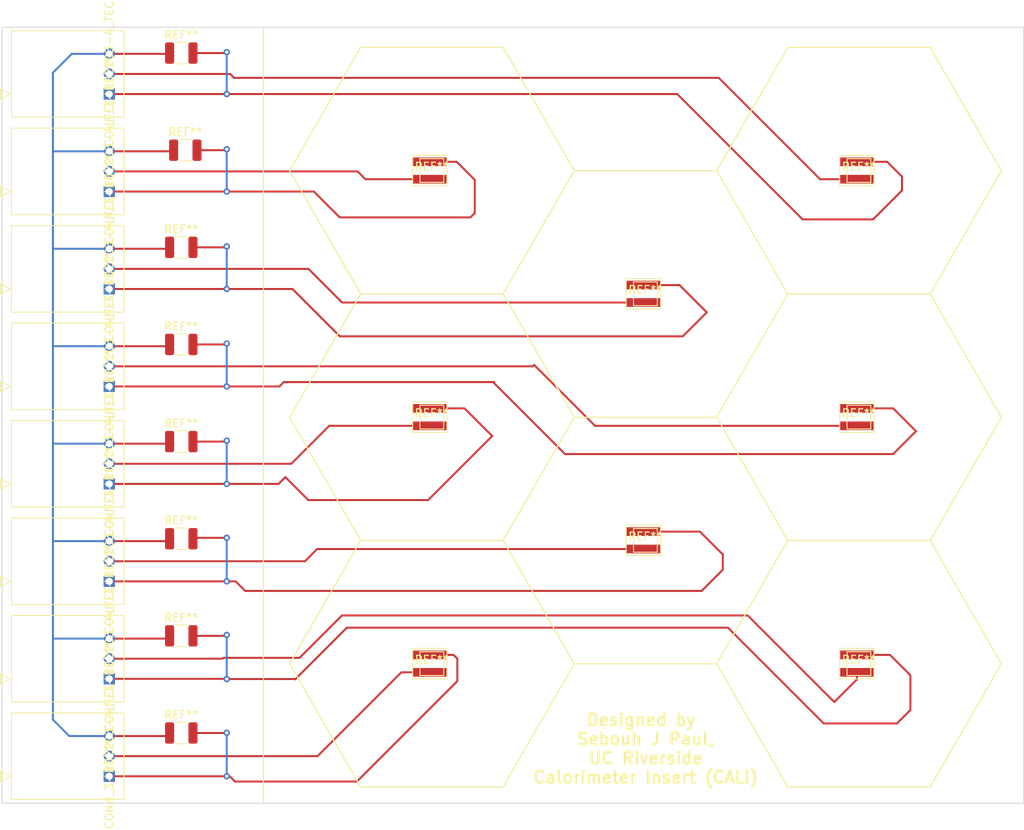
<source format=kicad_pcb>
(kicad_pcb (version 20211014) (generator pcbnew)
  (layers (0 "F.Cu" signal) (31 "B.Cu" signal) (34 "B.Paste" user) (35 "F.Paste" user) (36 "B.SilkS" user "B.Silkscreen") (37 "F.SilkS" user "F.Silkscreen") (38 "B.Mask" user) (39 "F.Mask" user) (44 "Edge.Cuts" user))
  (net 0 "")
  (footprint "Capacitor_SMD:C_1210_3225Metric" (layer "F.Cu") (at 68.36 108.764284)
    (fp_text reference "REF**" (at 0 -2.3) (layer "F.SilkS"))
    (fp_text value "C_1210_3225Metric")
    (fp_line (start -0.711252 1.36) (end 0.711252 1.36) (layer "F.SilkS") (width 0.12))
    (fp_line (start -0.711252 -1.36) (end 0.711252 -1.36) (layer "F.SilkS") (width 0.12))
    (pad "1" smd roundrect (at -1.475 0) (size 1.15 2.7) (layers "F.Cu" "F.Paste" "F.Mask") (roundrect_rratio 0.2173913043))
    (pad "2" smd roundrect (at 1.475 0) (size 1.15 2.7) (layers "F.Cu" "F.Paste" "F.Mask") (roundrect_rratio 0.2173913043))
  )
  (footprint "SiPM:S14160-3015PS" (layer "F.Cu") (at 100 112.27)
    (fp_text reference "REF**" (at 0 -0.5 unlocked) (layer "F.SilkS"))
    (fp_text value "S14160-3015PS")
    (fp_line (start 1.925 -1.925) (end -2.425 -1.925) (layer "F.SilkS") (width 0.12))
    (fp_line (start 1.925 -1.925) (end 1.925 1.925) (layer "F.SilkS") (width 0.12))
    (fp_line (start -2.425 1.925) (end -2.425 -1.925) (layer "F.SilkS") (width 0.12))
    (fp_line (start -2.425 1.925) (end 1.925 1.925) (layer "F.SilkS") (width 0.12))
    (fp_rect (start -1.5 -1.5) (end 1.5 1.5) (layer "F.SilkS") (width 0.12) (fill none))
    (pad "1" smd rect (at -0.25 -1.1) (size 4.3 1.1) (layers "F.Cu" "F.Paste" "F.Mask"))
    (pad "2" smd rect (at -0.25 1.1) (size 4.3 1.1) (layers "F.Cu" "F.Paste" "F.Mask"))
  )
  (footprint "SiPM:S14160-3015PS" (layer "F.Cu") (at 153.93 112.27)
    (fp_text reference "REF**" (at 0 -0.5 unlocked) (layer "F.SilkS"))
    (fp_text value "S14160-3015PS")
    (fp_line (start 1.925 -1.925) (end 1.925 1.925) (layer "F.SilkS") (width 0.12))
    (fp_line (start -2.425 1.925) (end 1.925 1.925) (layer "F.SilkS") (width 0.12))
    (fp_line (start 1.925 -1.925) (end -2.425 -1.925) (layer "F.SilkS") (width 0.12))
    (fp_line (start -2.425 1.925) (end -2.425 -1.925) (layer "F.SilkS") (width 0.12))
    (fp_rect (start -1.5 -1.5) (end 1.5 1.5) (layer "F.SilkS") (width 0.12) (fill none))
    (pad "1" smd rect (at -0.25 -1.1) (size 4.3 1.1) (layers "F.Cu" "F.Paste" "F.Mask"))
    (pad "2" smd rect (at -0.25 1.1) (size 4.3 1.1) (layers "F.Cu" "F.Paste" "F.Mask"))
  )
  (footprint "AMPMODU:3-102203-4" (layer "F.Cu") (at 59.2701 126.4975 90)
    (fp_text reference "REF**" (at 2.54 0 90) (layer "F.SilkS"))
    (fp_text value "CONN_3-102203-4_TEC" (at 2.54 0 90) (layer "F.SilkS"))
    (fp_text user "*" (at 0 0 90) (layer "F.SilkS"))
    (fp_line (start -0.635 -13.7414) (end 0.635 -13.7414) (layer "F.SilkS") (width 0.12))
    (fp_line (start 8.001 -12.3444) (end -2.921 -12.3444) (layer "F.SilkS") (width 0.12))
    (fp_line (start 0.635 -13.7414) (end 0 -12.4714) (layer "F.SilkS") (width 0.12))
    (fp_line (start -2.921 1.8542) (end 8.001 1.8542) (layer "F.SilkS") (width 0.12))
    (fp_line (start 8.001 1.8542) (end 8.001 -12.3444) (layer "F.SilkS") (width 0.12))
    (fp_line (start 0 -12.4714) (end -0.635 -13.7414) (layer "F.SilkS") (width 0.12))
    (fp_line (start -2.921 -12.3444) (end -2.921 1.8542) (layer "F.SilkS") (width 0.12))
    (pad "1" thru_hole rect locked (at 0 0 90) (size 1.397 1.397) (drill 0.889) (layers *.Cu *.Mask))
    (pad "2" thru_hole circle locked (at 2.54 0 90) (size 1.397 1.397) (drill 0.889) (layers *.Cu *.Mask))
    (pad "3" thru_hole circle locked (at 5.08 0 90) (size 1.397 1.397) (drill 0.889) (layers *.Cu *.Mask))
  )
  (footprint "Capacitor_SMD:C_1210_3225Metric" (layer "F.Cu") (at 68.36 35.17)
    (fp_text reference "REF**" (at 0 -2.3) (layer "F.SilkS"))
    (fp_text value "C_1210_3225Metric")
    (fp_line (start -0.711252 -1.36) (end 0.711252 -1.36) (layer "F.SilkS") (width 0.12))
    (fp_line (start -0.711252 1.36) (end 0.711252 1.36) (layer "F.SilkS") (width 0.12))
    (pad "1" smd roundrect (at -1.475 0) (size 1.15 2.7) (layers "F.Cu" "F.Paste" "F.Mask") (roundrect_rratio 0.2173913043))
    (pad "2" smd roundrect (at 1.475 0) (size 1.15 2.7) (layers "F.Cu" "F.Paste" "F.Mask") (roundrect_rratio 0.2173913043))
  )
  (footprint "SiPM:S14160-3015PS" (layer "F.Cu") (at 153.93 81.14)
    (fp_text reference "REF**" (at 0 -0.5 unlocked) (layer "F.SilkS"))
    (fp_text value "S14160-3015PS")
    (fp_line (start -2.425 1.925) (end 1.925 1.925) (layer "F.SilkS") (width 0.12))
    (fp_line (start 1.925 -1.925) (end -2.425 -1.925) (layer "F.SilkS") (width 0.12))
    (fp_line (start -2.425 1.925) (end -2.425 -1.925) (layer "F.SilkS") (width 0.12))
    (fp_line (start 1.925 -1.925) (end 1.925 1.925) (layer "F.SilkS") (width 0.12))
    (fp_rect (start -1.5 -1.5) (end 1.5 1.5) (layer "F.SilkS") (width 0.12) (fill none))
    (pad "1" smd rect (at -0.25 -1.1) (size 4.3 1.1) (layers "F.Cu" "F.Paste" "F.Mask"))
    (pad "2" smd rect (at -0.25 1.1) (size 4.3 1.1) (layers "F.Cu" "F.Paste" "F.Mask"))
  )
  (footprint "AMPMODU:3-102203-4" (layer "F.Cu") (at 59.2701 89.576074 90)
    (fp_text reference "REF**" (at 2.54 0 90) (layer "F.SilkS"))
    (fp_text value "CONN_3-102203-4_TEC" (at 2.54 0 90) (layer "F.SilkS"))
    (fp_text user "*" (at 0 0 90) (layer "F.SilkS"))
    (fp_line (start 0 -12.4714) (end -0.635 -13.7414) (layer "F.SilkS") (width 0.12))
    (fp_line (start -2.921 -12.3444) (end -2.921 1.8542) (layer "F.SilkS") (width 0.12))
    (fp_line (start -2.921 1.8542) (end 8.001 1.8542) (layer "F.SilkS") (width 0.12))
    (fp_line (start 8.001 1.8542) (end 8.001 -12.3444) (layer "F.SilkS") (width 0.12))
    (fp_line (start -0.635 -13.7414) (end 0.635 -13.7414) (layer "F.SilkS") (width 0.12))
    (fp_line (start 8.001 -12.3444) (end -2.921 -12.3444) (layer "F.SilkS") (width 0.12))
    (fp_line (start 0.635 -13.7414) (end 0 -12.4714) (layer "F.SilkS") (width 0.12))
    (pad "1" thru_hole rect locked (at 0 0 90) (size 1.397 1.397) (drill 0.889) (layers *.Cu *.Mask))
    (pad "2" thru_hole circle locked (at 2.54 0 90) (size 1.397 1.397) (drill 0.889) (layers *.Cu *.Mask))
    (pad "3" thru_hole circle locked (at 5.08 0 90) (size 1.397 1.397) (drill 0.889) (layers *.Cu *.Mask))
  )
  (footprint "SiPM:S14160-3015PS" (layer "F.Cu") (at 100 81.14)
    (fp_text reference "REF**" (at 0 -0.5 unlocked) (layer "F.SilkS"))
    (fp_text value "S14160-3015PS")
    (fp_line (start -2.425 1.925) (end 1.925 1.925) (layer "F.SilkS") (width 0.12))
    (fp_line (start 1.925 -1.925) (end 1.925 1.925) (layer "F.SilkS") (width 0.12))
    (fp_line (start -2.425 1.925) (end -2.425 -1.925) (layer "F.SilkS") (width 0.12))
    (fp_line (start 1.925 -1.925) (end -2.425 -1.925) (layer "F.SilkS") (width 0.12))
    (fp_rect (start -1.5 -1.5) (end 1.5 1.5) (layer "F.SilkS") (width 0.12) (fill none))
    (pad "1" smd rect (at -0.25 -1.1) (size 4.3 1.1) (layers "F.Cu" "F.Paste" "F.Mask"))
    (pad "2" smd rect (at -0.25 1.1) (size 4.3 1.1) (layers "F.Cu" "F.Paste" "F.Mask"))
  )
  (footprint "Capacitor_SMD:C_1210_3225Metric" (layer "F.Cu") (at 68.36 71.967142)
    (fp_text reference "REF**" (at 0 -2.3) (layer "F.SilkS"))
    (fp_text value "C_1210_3225Metric")
    (fp_line (start -0.711252 1.36) (end 0.711252 1.36) (layer "F.SilkS") (width 0.12))
    (fp_line (start -0.711252 -1.36) (end 0.711252 -1.36) (layer "F.SilkS") (width 0.12))
    (pad "1" smd roundrect (at -1.475 0) (size 1.15 2.7) (layers "F.Cu" "F.Paste" "F.Mask") (roundrect_rratio 0.2173913043))
    (pad "2" smd roundrect (at 1.475 0) (size 1.15 2.7) (layers "F.Cu" "F.Paste" "F.Mask") (roundrect_rratio 0.2173913043))
  )
  (footprint "Capacitor_SMD:C_1210_3225Metric" (layer "F.Cu") (at 68.36 84.232856)
    (fp_text reference "REF**" (at 0 -2.3) (layer "F.SilkS"))
    (fp_text value "C_1210_3225Metric")
    (fp_line (start -0.711252 1.36) (end 0.711252 1.36) (layer "F.SilkS") (width 0.12))
    (fp_line (start -0.711252 -1.36) (end 0.711252 -1.36) (layer "F.SilkS") (width 0.12))
    (pad "1" smd roundrect (at -1.475 0) (size 1.15 2.7) (layers "F.Cu" "F.Paste" "F.Mask") (roundrect_rratio 0.2173913043))
    (pad "2" smd roundrect (at 1.475 0) (size 1.15 2.7) (layers "F.Cu" "F.Paste" "F.Mask") (roundrect_rratio 0.2173913043))
  )
  (footprint "AMPMODU:3-102203-4" (layer "F.Cu") (at 59.2701 40.347506 90)
    (fp_text reference "REF**" (at 2.54 0 90) (layer "F.SilkS"))
    (fp_text value "CONN_3-102203-4_TEC" (at 2.54 0 90) (layer "F.SilkS"))
    (fp_text user "*" (at 0 0 90) (layer "F.SilkS"))
    (fp_line (start 8.001 1.8542) (end 8.001 -12.3444) (layer "F.SilkS") (width 0.12))
    (fp_line (start -2.921 -12.3444) (end -2.921 1.8542) (layer "F.SilkS") (width 0.12))
    (fp_line (start 0.635 -13.7414) (end 0 -12.4714) (layer "F.SilkS") (width 0.12))
    (fp_line (start 8.001 -12.3444) (end -2.921 -12.3444) (layer "F.SilkS") (width 0.12))
    (fp_line (start 0 -12.4714) (end -0.635 -13.7414) (layer "F.SilkS") (width 0.12))
    (fp_line (start -2.921 1.8542) (end 8.001 1.8542) (layer "F.SilkS") (width 0.12))
    (fp_line (start -0.635 -13.7414) (end 0.635 -13.7414) (layer "F.SilkS") (width 0.12))
    (pad "1" thru_hole rect locked (at 0 0 90) (size 1.397 1.397) (drill 0.889) (layers *.Cu *.Mask))
    (pad "2" thru_hole circle locked (at 2.54 0 90) (size 1.397 1.397) (drill 0.889) (layers *.Cu *.Mask))
    (pad "3" thru_hole circle locked (at 5.08 0 90) (size 1.397 1.397) (drill 0.889) (layers *.Cu *.Mask))
  )
  (footprint "Capacitor_SMD:C_1210_3225Metric" (layer "F.Cu") (at 68.36 121.03)
    (fp_text reference "REF**" (at 0 -2.3) (layer "F.SilkS"))
    (fp_text value "C_1210_3225Metric")
    (fp_line (start -0.711252 1.36) (end 0.711252 1.36) (layer "F.SilkS") (width 0.12))
    (fp_line (start -0.711252 -1.36) (end 0.711252 -1.36) (layer "F.SilkS") (width 0.12))
    (pad "1" smd roundrect (at -1.475 0) (size 1.15 2.7) (layers "F.Cu" "F.Paste" "F.Mask") (roundrect_rratio 0.2173913043))
    (pad "2" smd roundrect (at 1.475 0) (size 1.15 2.7) (layers "F.Cu" "F.Paste" "F.Mask") (roundrect_rratio 0.2173913043))
  )
  (footprint "SiPM:S14160-3015PS" (layer "F.Cu") (at 126.97 65.57)
    (fp_text reference "REF**" (at 0 -0.5 unlocked) (layer "F.SilkS"))
    (fp_text value "S14160-3015PS")
    (fp_line (start -2.425 1.925) (end 1.925 1.925) (layer "F.SilkS") (width 0.12))
    (fp_line (start -2.425 1.925) (end -2.425 -1.925) (layer "F.SilkS") (width 0.12))
    (fp_line (start 1.925 -1.925) (end -2.425 -1.925) (layer "F.SilkS") (width 0.12))
    (fp_line (start 1.925 -1.925) (end 1.925 1.925) (layer "F.SilkS") (width 0.12))
    (fp_rect (start -1.5 -1.5) (end 1.5 1.5) (layer "F.SilkS") (width 0.12) (fill none))
    (pad "1" smd rect (at -0.25 -1.1) (size 4.3 1.1) (layers "F.Cu" "F.Paste" "F.Mask"))
    (pad "2" smd rect (at -0.25 1.1) (size 4.3 1.1) (layers "F.Cu" "F.Paste" "F.Mask"))
  )
  (footprint "Capacitor_SMD:C_1210_3225Metric" (layer "F.Cu") (at 68.36 59.701428)
    (fp_text reference "REF**" (at 0 -2.3) (layer "F.SilkS"))
    (fp_text value "C_1210_3225Metric")
    (fp_line (start -0.711252 1.36) (end 0.711252 1.36) (layer "F.SilkS") (width 0.12))
    (fp_line (start -0.711252 -1.36) (end 0.711252 -1.36) (layer "F.SilkS") (width 0.12))
    (pad "1" smd roundrect (at -1.475 0) (size 1.15 2.7) (layers "F.Cu" "F.Paste" "F.Mask") (roundrect_rratio 0.2173913043))
    (pad "2" smd roundrect (at 1.475 0) (size 1.15 2.7) (layers "F.Cu" "F.Paste" "F.Mask") (roundrect_rratio 0.2173913043))
  )
  (footprint "Capacitor_SMD:C_1210_3225Metric" (layer "F.Cu") (at 68.87 47.435714)
    (fp_text reference "REF**" (at 0 -2.3) (layer "F.SilkS"))
    (fp_text value "C_1210_3225Metric")
    (fp_line (start -0.711252 -1.36) (end 0.711252 -1.36) (layer "F.SilkS") (width 0.12))
    (fp_line (start -0.711252 1.36) (end 0.711252 1.36) (layer "F.SilkS") (width 0.12))
    (pad "1" smd roundrect (at -1.475 0) (size 1.15 2.7) (layers "F.Cu" "F.Paste" "F.Mask") (roundrect_rratio 0.2173913043))
    (pad "2" smd roundrect (at 1.475 0) (size 1.15 2.7) (layers "F.Cu" "F.Paste" "F.Mask") (roundrect_rratio 0.2173913043))
  )
  (footprint "AMPMODU:3-102203-4" (layer "F.Cu") (at 59.2701 77.268932 90)
    (fp_text reference "REF**" (at 2.54 0 90) (layer "F.SilkS"))
    (fp_text value "CONN_3-102203-4_TEC" (at 2.54 0 90) (layer "F.SilkS"))
    (fp_text user "*" (at 0 0 90) (layer "F.SilkS"))
    (fp_line (start 8.001 1.8542) (end 8.001 -12.3444) (layer "F.SilkS") (width 0.12))
    (fp_line (start -2.921 1.8542) (end 8.001 1.8542) (layer "F.SilkS") (width 0.12))
    (fp_line (start 8.001 -12.3444) (end -2.921 -12.3444) (layer "F.SilkS") (width 0.12))
    (fp_line (start 0.635 -13.7414) (end 0 -12.4714) (layer "F.SilkS") (width 0.12))
    (fp_line (start -0.635 -13.7414) (end 0.635 -13.7414) (layer "F.SilkS") (width 0.12))
    (fp_line (start -2.921 -12.3444) (end -2.921 1.8542) (layer "F.SilkS") (width 0.12))
    (fp_line (start 0 -12.4714) (end -0.635 -13.7414) (layer "F.SilkS") (width 0.12))
    (pad "1" thru_hole rect locked (at 0 0 90) (size 1.397 1.397) (drill 0.889) (layers *.Cu *.Mask))
    (pad "2" thru_hole circle locked (at 2.54 0 90) (size 1.397 1.397) (drill 0.889) (layers *.Cu *.Mask))
    (pad "3" thru_hole circle locked (at 5.08 0 90) (size 1.397 1.397) (drill 0.889) (layers *.Cu *.Mask))
  )
  (footprint "SiPM:S14160-3015PS" (layer "F.Cu") (at 126.97 96.7)
    (fp_text reference "REF**" (at 0 -0.5 unlocked) (layer "F.SilkS"))
    (fp_text value "S14160-3015PS")
    (fp_line (start -2.425 1.925) (end 1.925 1.925) (layer "F.SilkS") (width 0.12))
    (fp_line (start 1.925 -1.925) (end 1.925 1.925) (layer "F.SilkS") (width 0.12))
    (fp_line (start 1.925 -1.925) (end -2.425 -1.925) (layer "F.SilkS") (width 0.12))
    (fp_line (start -2.425 1.925) (end -2.425 -1.925) (layer "F.SilkS") (width 0.12))
    (fp_rect (start -1.5 -1.5) (end 1.5 1.5) (layer "F.SilkS") (width 0.12) (fill none))
    (pad "1" smd rect (at -0.25 -1.1) (size 4.3 1.1) (layers "F.Cu" "F.Paste" "F.Mask"))
    (pad "2" smd rect (at -0.25 1.1) (size 4.3 1.1) (layers "F.Cu" "F.Paste" "F.Mask"))
  )
  (footprint "SiPM:S14160-3015PS" (layer "F.Cu") (at 153.93 50)
    (fp_text reference "REF**" (at 0 -0.5 unlocked) (layer "F.SilkS"))
    (fp_text value "S14160-3015PS")
    (fp_line (start -2.425 1.925) (end 1.925 1.925) (layer "F.SilkS") (width 0.12))
    (fp_line (start 1.925 -1.925) (end -2.425 -1.925) (layer "F.SilkS") (width 0.12))
    (fp_line (start -2.425 1.925) (end -2.425 -1.925) (layer "F.SilkS") (width 0.12))
    (fp_line (start 1.925 -1.925) (end 1.925 1.925) (layer "F.SilkS") (width 0.12))
    (fp_rect (start -1.5 -1.5) (end 1.5 1.5) (layer "F.SilkS") (width 0.12) (fill none))
    (pad "1" smd rect (at -0.25 -1.1) (size 4.3 1.1) (layers "F.Cu" "F.Paste" "F.Mask"))
    (pad "2" smd rect (at -0.25 1.1) (size 4.3 1.1) (layers "F.Cu" "F.Paste" "F.Mask"))
  )
  (footprint "AMPMODU:3-102203-4" (layer "F.Cu") (at 59.2701 64.96179 90)
    (fp_text reference "REF**" (at 2.54 0 90) (layer "F.SilkS"))
    (fp_text value "CONN_3-102203-4_TEC" (at 2.54 0 90) (layer "F.SilkS"))
    (fp_text user "*" (at 0 0 90) (layer "F.SilkS"))
    (fp_line (start 8.001 -12.3444) (end -2.921 -12.3444) (layer "F.SilkS") (width 0.12))
    (fp_line (start 0 -12.4714) (end -0.635 -13.7414) (layer "F.SilkS") (width 0.12))
    (fp_line (start 0.635 -13.7414) (end 0 -12.4714) (layer "F.SilkS") (width 0.12))
    (fp_line (start -2.921 1.8542) (end 8.001 1.8542) (layer "F.SilkS") (width 0.12))
    (fp_line (start -0.635 -13.7414) (end 0.635 -13.7414) (layer "F.SilkS") (width 0.12))
    (fp_line (start -2.921 -12.3444) (end -2.921 1.8542) (layer "F.SilkS") (width 0.12))
    (fp_line (start 8.001 1.8542) (end 8.001 -12.3444) (layer "F.SilkS") (width 0.12))
    (pad "1" thru_hole rect locked (at 0 0 90) (size 1.397 1.397) (drill 0.889) (layers *.Cu *.Mask))
    (pad "2" thru_hole circle locked (at 2.54 0 90) (size 1.397 1.397) (drill 0.889) (layers *.Cu *.Mask))
    (pad "3" thru_hole circle locked (at 5.08 0 90) (size 1.397 1.397) (drill 0.889) (layers *.Cu *.Mask))
  )
  (footprint "AMPMODU:3-102203-4" (layer "F.Cu") (at 59.2701 101.883216 90)
    (fp_text reference "REF**" (at 2.54 0 90) (layer "F.SilkS"))
    (fp_text value "CONN_3-102203-4_TEC" (at 2.54 0 90) (layer "F.SilkS"))
    (fp_text user "*" (at 0 0 90) (layer "F.SilkS"))
    (fp_line (start -2.921 1.8542) (end 8.001 1.8542) (layer "F.SilkS") (width 0.12))
    (fp_line (start 0.635 -13.7414) (end 0 -12.4714) (layer "F.SilkS") (width 0.12))
    (fp_line (start 0 -12.4714) (end -0.635 -13.7414) (layer "F.SilkS") (width 0.12))
    (fp_line (start -2.921 -12.3444) (end -2.921 1.8542) (layer "F.SilkS") (width 0.12))
    (fp_line (start 8.001 -12.3444) (end -2.921 -12.3444) (layer "F.SilkS") (width 0.12))
    (fp_line (start 8.001 1.8542) (end 8.001 -12.3444) (layer "F.SilkS") (width 0.12))
    (fp_line (start -0.635 -13.7414) (end 0.635 -13.7414) (layer "F.SilkS") (width 0.12))
    (pad "1" thru_hole rect locked (at 0 0 90) (size 1.397 1.397) (drill 0.889) (layers *.Cu *.Mask))
    (pad "2" thru_hole circle locked (at 2.54 0 90) (size 1.397 1.397) (drill 0.889) (layers *.Cu *.Mask))
    (pad "3" thru_hole circle locked (at 5.08 0 90) (size 1.397 1.397) (drill 0.889) (layers *.Cu *.Mask))
  )
  (footprint "AMPMODU:3-102203-4" (layer "F.Cu") (at 59.2701 114.190358 90)
    (fp_text reference "REF**" (at 2.54 0 90) (layer "F.SilkS"))
    (fp_text value "CONN_3-102203-4_TEC" (at 2.54 0 90) (layer "F.SilkS"))
    (fp_text user "*" (at 0 0 90) (layer "F.SilkS"))
    (fp_line (start -2.921 -12.3444) (end -2.921 1.8542) (layer "F.SilkS") (width 0.12))
    (fp_line (start 8.001 -12.3444) (end -2.921 -12.3444) (layer "F.SilkS") (width 0.12))
    (fp_line (start -2.921 1.8542) (end 8.001 1.8542) (layer "F.SilkS") (width 0.12))
    (fp_line (start 0.635 -13.7414) (end 0 -12.4714) (layer "F.SilkS") (width 0.12))
    (fp_line (start 8.001 1.8542) (end 8.001 -12.3444) (layer "F.SilkS") (width 0.12))
    (fp_line (start -0.635 -13.7414) (end 0.635 -13.7414) (layer "F.SilkS") (width 0.12))
    (fp_line (start 0 -12.4714) (end -0.635 -13.7414) (layer "F.SilkS") (width 0.12))
    (pad "1" thru_hole rect locked (at 0 0 90) (size 1.397 1.397) (drill 0.889) (layers *.Cu *.Mask))
    (pad "2" thru_hole circle locked (at 2.54 0 90) (size 1.397 1.397) (drill 0.889) (layers *.Cu *.Mask))
    (pad "3" thru_hole circle locked (at 5.08 0 90) (size 1.397 1.397) (drill 0.889) (layers *.Cu *.Mask))
  )
  (footprint "Capacitor_SMD:C_1210_3225Metric" (layer "F.Cu") (at 68.36 96.49857)
    (fp_text reference "REF**" (at 0 -2.3) (layer "F.SilkS"))
    (fp_text value "C_1210_3225Metric")
    (fp_line (start -0.711252 1.36) (end 0.711252 1.36) (layer "F.SilkS") (width 0.12))
    (fp_line (start -0.711252 -1.36) (end 0.711252 -1.36) (layer "F.SilkS") (width 0.12))
    (pad "1" smd roundrect (at -1.475 0) (size 1.15 2.7) (layers "F.Cu" "F.Paste" "F.Mask") (roundrect_rratio 0.2173913043))
    (pad "2" smd roundrect (at 1.475 0) (size 1.15 2.7) (layers "F.Cu" "F.Paste" "F.Mask") (roundrect_rratio 0.2173913043))
  )
  (footprint "AMPMODU:3-102203-4" (layer "F.Cu") (at 59.2701 52.654648 90)
    (fp_text reference "REF**" (at 2.54 0 90) (layer "F.SilkS"))
    (fp_text value "CONN_3-102203-4_TEC" (at 2.54 0 90) (layer "F.SilkS"))
    (fp_text user "*" (at 0 0 90) (layer "F.SilkS"))
    (fp_line (start 0.635 -13.7414) (end 0 -12.4714) (layer "F.SilkS") (width 0.12))
    (fp_line (start 8.001 -12.3444) (end -2.921 -12.3444) (layer "F.SilkS") (width 0.12))
    (fp_line (start -2.921 1.8542) (end 8.001 1.8542) (layer "F.SilkS") (width 0.12))
    (fp_line (start 0 -12.4714) (end -0.635 -13.7414) (layer "F.SilkS") (width 0.12))
    (fp_line (start -2.921 -12.3444) (end -2.921 1.8542) (layer "F.SilkS") (width 0.12))
    (fp_line (start -0.635 -13.7414) (end 0.635 -13.7414) (layer "F.SilkS") (width 0.12))
    (fp_line (start 8.001 1.8542) (end 8.001 -12.3444) (layer "F.SilkS") (width 0.12))
    (pad "1" thru_hole rect locked (at 0 0 90) (size 1.397 1.397) (drill 0.889) (layers *.Cu *.Mask))
    (pad "2" thru_hole circle locked (at 2.54 0 90) (size 1.397 1.397) (drill 0.889) (layers *.Cu *.Mask))
    (pad "3" thru_hole circle locked (at 5.08 0 90) (size 1.397 1.397) (drill 0.889) (layers *.Cu *.Mask))
  )
  (footprint "SiPM:S14160-3015PS" (layer "F.Cu") (at 100 50)
    (fp_text reference "REF**" (at 0 -0.5 unlocked) (layer "F.SilkS"))
    (fp_text value "S14160-3015PS")
    (fp_line (start 1.925 -1.925) (end -2.425 -1.925) (layer "F.SilkS") (width 0.12))
    (fp_line (start -2.425 1.925) (end 1.925 1.925) (layer "F.SilkS") (width 0.12))
    (fp_line (start 1.925 -1.925) (end 1.925 1.925) (layer "F.SilkS") (width 0.12))
    (fp_line (start -2.425 1.925) (end -2.425 -1.925) (layer "F.SilkS") (width 0.12))
    (fp_rect (start -1.5 -1.5) (end 1.5 1.5) (layer "F.SilkS") (width 0.12) (fill none))
    (pad "1" smd rect (at -0.25 -1.1) (size 4.3 1.1) (layers "F.Cu" "F.Paste" "F.Mask"))
    (pad "2" smd rect (at -0.25 1.1) (size 4.3 1.1) (layers "F.Cu" "F.Paste" "F.Mask"))
  )
  (gr_line (start 78.74 31.92) (end 78.74 129.88) (layer "F.SilkS") (width 0.15))
  (gr_line (start 117.99 112.29) (end 109 127.85) (layer "F.SilkS") (width 0.15))
  (gr_line (start 117.99 50.02) (end 135.97 50.02) (layer "F.SilkS") (width 0.15))
  (gr_line (start 144.95 65.58) (end 135.97 50.02) (layer "F.SilkS") (width 0.15))
  (gr_line (start 171.92 112.29) (end 162.93 127.85) (layer "F.SilkS") (width 0.15))
  (gr_line (start 162.93 96.72) (end 171.92 81.16) (layer "F.SilkS") (width 0.15))
  (gr_line (start 135.97 112.29) (end 144.95 127.85) (layer "F.SilkS") (width 0.15))
  (gr_line (start 144.95 34.45) (end 162.93 34.45) (layer "F.SilkS") (width 0.15))
  (gr_line (start 91.02 96.72) (end 82.04 112.29) (layer "F.SilkS") (width 0.15))
  (gr_line (start 91.02 34.45) (end 82.04 50.02) (layer "F.SilkS") (width 0.15))
  (gr_line (start 91.02 127.85) (end 109 127.85) (layer "F.SilkS") (width 0.15))
  (gr_line (start 117.99 81.16) (end 109 65.58) (layer "F.SilkS") (width 0.15))
  (gr_line (start 109 96.72) (end 117.99 81.16) (layer "F.SilkS") (width 0.15))
  (gr_line (start 109 96.72) (end 117.99 112.29) (layer "F.SilkS") (width 0.15))
  (gr_line (start 135.97 81.16) (end 144.95 65.58) (layer "F.SilkS") (width 0.15))
  (gr_line (start 82.04 81.16) (end 91.02 65.58) (layer "F.SilkS") (width 0.15))
  (gr_line (start 91.02 96.72) (end 109 96.72) (layer "F.SilkS") (width 0.15))
  (gr_line (start 82.04 81.16) (end 91.02 96.72) (layer "F.SilkS") (width 0.15))
  (gr_line (start 135.97 81.16) (end 144.95 96.72) (layer "F.SilkS") (width 0.15))
  (gr_line (start 82.04 112.29) (end 91.02 127.85) (layer "F.SilkS") (width 0.15))
  (gr_line (start 117.99 81.16) (end 135.97 81.16) (layer "F.SilkS") (width 0.15))
  (gr_line (start 162.93 65.58) (end 171.92 50.02) (layer "F.SilkS") (width 0.15))
  (gr_line (start 144.95 34.45) (end 135.97 50.02) (layer "F.SilkS") (width 0.15))
  (gr_line (start 171.92 50.02) (end 162.93 34.45) (layer "F.SilkS") (width 0.15))
  (gr_line (start 117.99 112.29) (end 135.97 112.29) (layer "F.SilkS") (width 0.15))
  (gr_line (start 144.95 65.58) (end 162.93 65.58) (layer "F.SilkS") (width 0.15))
  (gr_line (start 91.02 65.58) (end 109 65.58) (layer "F.SilkS") (width 0.15))
  (gr_line (start 91.02 65.58) (end 82.04 50.02) (layer "F.SilkS") (width 0.15))
  (gr_line (start 144.95 96.72) (end 135.97 112.29) (layer "F.SilkS") (width 0.15))
  (gr_line (start 144.95 96.72) (end 162.93 96.72) (layer "F.SilkS") (width 0.15))
  (gr_line (start 171.92 81.16) (end 162.93 65.58) (layer "F.SilkS") (width 0.15))
  (gr_line (start 109 65.58) (end 117.99 50.02) (layer "F.SilkS") (width 0.15))
  (gr_line (start 117.99 50.02) (end 109 34.45) (layer "F.SilkS") (width 0.15))
  (gr_line (start 144.95 127.85) (end 162.93 127.85) (layer "F.SilkS") (width 0.15))
  (gr_line (start 162.93 96.72) (end 171.92 112.29) (layer "F.SilkS") (width 0.15))
  (gr_line (start 91.02 34.45) (end 109 34.45) (layer "F.SilkS") (width 0.15))
  (gr_rect (start 45.72 31.91) (end 174.74 129.9) (layer "Edge.Cuts") (width 0.1) (fill none))
  (gr_text "Designed by \nSebouh J Paul,\nUC Riverside\nCalorimeter Insert (CALI)" (at 127 123) (layer "F.SilkS") (effects (font (size 1.5 1.5) (thickness 0.3))))
  (segment (start 69.835 121.03) (end 74.07 121.03) (width 0.25) (layer "F.Cu") (net 0))
  (segment (start 82.75 114.25) (end 82.72 114.22) (width 0.25) (layer "F.Cu") (net 0))
  (segment (start 149.03 51.1) (end 153.68 51.1) (width 0.25) (layer "F.Cu") (net 0))
  (segment (start 90.624648 50.114648) (end 91.615 51.105) (width 0.25) (layer "F.Cu") (net 0))
  (segment (start 69.835 59.701428) (end 73.981904 59.701428) (width 0.25) (layer "F.Cu") (net 0))
  (segment (start 59.2701 47.574648) (end 67.256066 47.574648) (width 0.25) (layer "F.Cu") (net 0))
  (segment (start 136.74 100.42) (end 136.74 98.49) (width 0.25) (layer "F.Cu") (net 0))
  (segment (start 74.537506 37.807506) (end 75.03 38.3) (width 0.25) (layer "F.Cu") (net 0))
  (segment (start 66.621782 84.496074) (end 66.885 84.232856) (width 0.25) (layer "F.Cu") (net 0))
  (segment (start 66.4975 121.4175) (end 66.885 121.03) (width 0.25) (layer "F.Cu") (net 0))
  (segment (start 139.89 106.19) (end 150.82 117.12) (width 0.25) (layer "F.Cu") (net 0))
  (segment (start 69.95024 96.38333) (end 74.1 96.38333) (width 0.25) (layer "F.Cu") (net 0))
  (segment (start 76.43 103.09) (end 134.07 103.09) (width 0.25) (layer "F.Cu") (net 0))
  (segment (start 134.07 103.09) (end 136.74 100.42) (width 0.25) (layer "F.Cu") (net 0))
  (segment (start 59.2701 64.96179) (end 82.40179 64.96179) (width 0.25) (layer "F.Cu") (net 0))
  (segment (start 112.741068 74.728932) (end 59.2701 74.728932) (width 0.25) (layer "F.Cu") (net 0))
  (segment (start 59.2701 96.803216) (end 66.580354 96.803216) (width 0.25) (layer "F.Cu") (net 0))
  (segment (start 126.72 97.8) (end 85.52 97.8) (width 0.25) (layer "F.Cu") (net 0))
  (segment (start 99.75 80.04) (end 104.13 80.04) (width 0.25) (layer "F.Cu") (net 0))
  (segment (start 153.68 82.24) (end 120.61 82.24) (width 0.25) (layer "F.Cu") (net 0))
  (segment (start 116.82 85.81) (end 107.86 76.85) (width 0.25) (layer "F.Cu") (net 0))
  (segment (start 73.983808 84.232856) (end 74.1 84.116664) (width 0.25) (layer "F.Cu") (net 0))
  (segment (start 107.86 76.85) (end 107.86 76.72) (width 0.25) (layer "F.Cu") (net 0))
  (segment (start 137.39 107.73) (end 89.27 107.73) (width 0.25) (layer "F.Cu") (net 0))
  (segment (start 59.2701 40.347506) (end 130.987506 40.347506) (width 0.25) (layer "F.Cu") (net 0))
  (segment (start 59.2701 50.114648) (end 90.624648 50.114648) (width 0.25) (layer "F.Cu") (net 0))
  (segment (start 59.2701 77.268932) (end 80.751068 77.268932) (width 0.25) (layer "F.Cu") (net 0))
  (segment (start 73.980952 47.435714) (end 74.1 47.316666) (width 0.25) (layer "F.Cu") (net 0))
  (segment (start 105.42 55.38) (end 104.88 55.92) (width 0.25) (layer "F.Cu") (net 0))
  (segment (start 73.981904 59.701428) (end 74.1 59.583332) (width 0.25) (layer "F.Cu") (net 0))
  (segment (start 99.75 48.9) (end 103.14 48.9) (width 0.25) (layer "F.Cu") (net 0))
  (segment (start 73.799648 114.22) (end 73.770006 114.190358) (width 0.25) (layer "F.Cu") (net 0))
  (segment (start 133.85 95.6) (end 126.72 95.6) (width 0.25) (layer "F.Cu") (net 0))
  (segment (start 103.14 48.9) (end 105.42 51.18) (width 0.25) (layer "F.Cu") (net 0))
  (segment (start 59.2701 126.4975) (end 74.477488 126.4975) (width 0.25) (layer "F.Cu") (net 0))
  (segment (start 146.81 56.17) (end 130.987506 40.347506) (width 0.25) (layer "F.Cu") (net 0))
  (segment (start 91.615 51.105) (end 91.62 51.1) (width 0.25) (layer "F.Cu") (net 0))
  (segment (start 126.72 64.47) (end 131.28 64.47) (width 0.25) (layer "F.Cu") (net 0))
  (segment (start 85.5625 123.9575) (end 96.15 113.37) (width 0.25) (layer "F.Cu") (net 0))
  (segment (start 69.835 35.17) (end 73.98 35.17) (width 0.25) (layer "F.Cu") (net 0))
  (segment (start 66.538926 109.110358) (end 66.885 108.764284) (width 0.25) (layer "F.Cu") (net 0))
  (segment (start 136.23 38.3) (end 149.03 51.1) (width 0.25) (layer "F.Cu") (net 0))
  (segment (start 107.86 76.72) (end 81.3 76.72) (width 0.25) (layer "F.Cu") (net 0))
  (segment (start 88.65 106.19) (end 139.89 106.19) (width 0.25) (layer "F.Cu") (net 0))
  (segment (start 153.68 80.04) (end 158.26 80.04) (width 0.25) (layer "F.Cu") (net 0))
  (segment (start 99.53 91.62) (end 84.4 91.62) (width 0.25) (layer "F.Cu") (net 0))
  (segment (start 134.72 67.91) (end 131.69 70.94) (width 0.25) (layer "F.Cu") (net 0))
  (segment (start 73.770006 114.190358) (end 59.2701 114.190358) (width 0.25) (layer "F.Cu") (net 0))
  (segment (start 131.28 64.47) (end 134.72 67.91) (width 0.25) (layer "F.Cu") (net 0))
  (segment (start 81.3 76.72) (end 80.751068 77.268932) (width 0.25) (layer "F.Cu") (net 0))
  (segment (start 59.2701 109.110358) (end 66.538926 109.110358) (width 0.25) (layer "F.Cu") (net 0))
  (segment (start 59.2701 84.496074) (end 66.621782 84.496074) (width 0.25) (layer "F.Cu") (net 0))
  (segment (start 74.477488 126.4975) (end 75.139988 127.16) (width 0.25) (layer "F.Cu") (net 0))
  (segment (start 105.42 51.18) (end 105.42 55.38) (width 0.25) (layer "F.Cu") (net 0))
  (segment (start 120.61 82.24) (end 112.92 74.55) (width 0.25) (layer "F.Cu") (net 0))
  (segment (start 69.835 84.232856) (end 73.983808 84.232856) (width 0.25) (layer "F.Cu") (net 0))
  (segment (start 88.37 55.92) (end 85.104648 52.654648) (width 0.25) (layer "F.Cu") (net 0))
  (segment (start 69.835 96.49857) (end 69.95024 96.38333) (width 0.25) (layer "F.Cu") (net 0))
  (segment (start 74.97 38.3) (end 136.23 38.3) (width 0.25) (layer "F.Cu") (net 0))
  (segment (start 67.256066 47.574648) (end 67.395 47.435714) (width 0.25) (layer "F.Cu") (net 0))
  (segment (start 153.68 111.17) (end 157.86 111.17) (width 0.25) (layer "F.Cu") (net 0))
  (segment (start 155.72 56.17) (end 146.81 56.17) (width 0.25) (layer "F.Cu") (net 0))
  (segment (start 66.704638 59.88179) (end 66.885 59.701428) (width 0.25) (layer "F.Cu") (net 0))
  (segment (start 73.98 35.17) (end 74.1 35.05) (width 0.25) (layer "F.Cu") (net 0))
  (segment (start 158.73 119.83) (end 149.49 119.83) (width 0.25) (layer "F.Cu") (net 0))
  (segment (start 89.27 107.73) (end 82.75 114.25) (width 0.25) (layer "F.Cu") (net 0))
  (segment (start 66.787494 35.267506) (end 66.885 35.17) (width 0.25) (layer "F.Cu") (net 0))
  (segment (start 153.68 114.26) (end 153.68 113.37) (width 0.25) (layer "F.Cu") (net 0))
  (segment (start 73.982856 71.967142) (end 74.1 71.849998) (width 0.25) (layer "F.Cu") (net 0))
  (segment (start 84.42179 62.42179) (end 59.2701 62.42179) (width 0.25) (layer "F.Cu") (net 0))
  (segment (start 160.43 113.74) (end 160.43 118.13) (width 0.25) (layer "F.Cu") (net 0))
  (segment (start 91.62 51.1) (end 99.75 51.1) (width 0.25) (layer "F.Cu") (net 0))
  (segment (start 59.2701 101.883216) (end 75.223216 101.883216) (width 0.25) (layer "F.Cu") (net 0))
  (segment (start 104.13 80.04) (end 107.62 83.53) (width 0.25) (layer "F.Cu") (net 0))
  (segment (start 158.26 80.04) (end 161.14 82.92) (width 0.25) (layer "F.Cu") (net 0))
  (segment (start 157.5 48.9) (end 159.37 50.77) (width 0.25) (layer "F.Cu") (net 0))
  (segment (start 74.07 121.03) (end 74.1 121) (width 0.25) (layer "F.Cu") (net 0))
  (segment (start 87.04 82.24) (end 82.243926 87.036074) (width 0.25) (layer "F.Cu") (net 0))
  (segment (start 112.92 74.55) (end 112.741068 74.728932) (width 0.25) (layer "F.Cu") (net 0))
  (segment (start 66.885 71.967142) (end 66.66321 72.188932) (width 0.25) (layer "F.Cu") (net 0))
  (segment (start 73.66 111.540352) (end 83.299648 111.540352) (width 0.25) (layer "F.Cu") (net 0))
  (segment (start 83.976784 99.343216) (end 59.2701 99.343216) (width 0.25) (layer "F.Cu") (net 0))
  (segment (start 157.86 111.17) (end 160.43 113.74) (width 0.25) (layer "F.Cu") (net 0))
  (segment (start 159.37 52.52) (end 155.72 56.17) (width 0.25) (layer "F.Cu") (net 0))
  (segment (start 88.38 70.94) (end 82.40179 64.96179) (width 0.25) (layer "F.Cu") (net 0))
  (segment (start 126.72 66.67) (end 88.67 66.67) (width 0.25) (layer "F.Cu") (net 0))
  (segment (start 96.15 113.37) (end 99.75 113.37) (width 0.25) (layer "F.Cu") (net 0))
  (segment (start 75.139988 127.16) (end 90.54 127.16) (width 0.25) (layer "F.Cu") (net 0))
  (segment (start 59.2701 121.4175) (end 66.4975 121.4175) (width 0.25) (layer "F.Cu") (net 0))
  (segment (start 81.5 88.72) (end 80.643926 89.576074) (width 0.25) (layer "F.Cu") (net 0))
  (segment (start 59.2701 89.576074) (end 80.643926 89.576074) (width 0.25) (layer "F.Cu") (net 0))
  (segment (start 153.68 48.9) (end 157.5 48.9) (width 0.25) (layer "F.Cu") (net 0))
  (segment (start 73.549994 111.650358) (end 59.2701 111.650358) (width 0.25) (layer "F.Cu") (net 0))
  (segment (start 160.43 118.13) (end 158.73 119.83) (width 0.25) (layer "F.Cu") (net 0))
  (segment (start 90.54 127.16) (end 103.22 114.48) (width 0.25) (layer "F.Cu") (net 0))
  (segment (start 69.835 71.967142) (end 73.982856 71.967142) (width 0.25) (layer "F.Cu") (net 0))
  (segment (start 158.25 85.81) (end 116.82 85.81) (width 0.25) (layer "F.Cu") (net 0))
  (segment (start 70.345 47.435714) (end 73.980952 47.435714) (width 0.25) (layer "F.Cu") (net 0))
  (segment (start 103.22 111.65) (end 102.74 111.17) (width 0.25) (layer "F.Cu") (net 0))
  (segment (start 59.2701 37.807506) (end 74.537506 37.807506) (width 0.25) (layer "F.Cu") (net 0))
  (segment (start 88.67 66.67) (end 84.42179 62.42179) (width 0.25) (layer "F.Cu") (net 0))
  (segment (start 159.37 50.77) (end 159.37 52.52) (width 0.25) (layer "F.Cu") (net 0))
  (segment (start 99.75 82.24) (end 87.04 82.24) (width 0.25) (layer "F.Cu") (net 0))
  (segment (start 150.82 117.12) (end 153.68 114.26) (width 0.25) (layer "F.Cu") (net 0))
  (segment (start 107.62 83.53) (end 99.53 91.62) (width 0.25) (layer "F.Cu") (net 0))
  (segment (start 82.243926 87.036074) (end 59.2701 87.036074) (width 0.25) (layer "F.Cu") (net 0))
  (segment (start 73.66 111.540352) (end 73.549994 111.650358) (width 0.25) (layer "F.Cu") (net 0))
  (segment (start 66.66321 72.188932) (end 59.2701 72.188932) (width 0.25) (layer "F.Cu") (net 0))
  (segment (start 161.14 82.92) (end 158.25 85.81) (width 0.25) (layer "F.Cu") (net 0))
  (segment (start 59.2701 123.9575) (end 85.5625 123.9575) (width 0.25) (layer "F.Cu") (net 0))
  (segment (start 59.2701 59.88179) (end 66.704638 59.88179) (width 0.25) (layer "F.Cu") (net 0))
  (segment (start 66.580354 96.803216) (end 66.885 96.49857) (width 0.25) (layer "F.Cu") (net 0))
  (segment (start 104.88 55.92) (end 88.37 55.92) (width 0.25) (layer "F.Cu") (net 0))
  (segment (start 131.69 70.94) (end 88.38 70.94) (width 0.25) (layer "F.Cu") (net 0))
  (segment (start 69.835 108.764284) (end 73.985716 108.764284) (width 0.25) (layer "F.Cu") (net 0))
  (segment (start 83.299648 111.540352) (end 88.65 106.19) (width 0.25) (layer "F.Cu") (net 0))
  (segment (start 73.985716 108.764284) (end 74.1 108.65) (width 0.25) (layer "F.Cu") (net 0))
  (segment (start 85.52 97.8) (end 83.976784 99.343216) (width 0.25) (layer "F.Cu") (net 0))
  (segment (start 102.74 111.17) (end 99.75 111.17) (width 0.25) (layer "F.Cu") (net 0))
  (segment (start 84.4 91.62) (end 81.5 88.72) (width 0.25) (layer "F.Cu") (net 0))
  (segment (start 103.22 114.48) (end 103.22 111.65) (width 0.25) (layer "F.Cu") (net 0))
  (segment (start 136.74 98.49) (end 133.85 95.6) (width 0.25) (layer "F.Cu") (net 0))
  (segment (start 59.2701 52.654648) (end 85.104648 52.654648) (width 0.25) (layer "F.Cu") (net 0))
  (segment (start 75.223216 101.883216) (end 76.43 103.09) (width 0.25) (layer "F.Cu") (net 0))
  (segment (start 149.49 119.83) (end 137.39 107.73) (width 0.25) (layer "F.Cu") (net 0))
  (segment (start 59.2701 35.267506) (end 66.787494 35.267506) (width 0.25) (layer "F.Cu") (net 0))
  (segment (start 73.799648 114.22) (end 82.72 114.22) (width 0.25) (layer "F.Cu") (net 0))
  (via (at 74.1 47.316666) (size 0.8) (drill 0.4) (layers "F.Cu" "B.Cu") (net 0))
  (via (at 74.1 52.654648) (size 0.8) (drill 0.4) (layers "F.Cu" "B.Cu") (net 0))
  (via (at 74.1 40.347506) (size 0.8) (drill 0.4) (layers "F.Cu" "B.Cu") (net 0))
  (via (at 74.1 89.576074) (size 0.8) (drill 0.4) (layers "F.Cu" "B.Cu") (net 0))
  (via (at 74.1 126.4975) (size 0.8) (drill 0.4) (layers "F.Cu" "B.Cu") (net 0))
  (via (at 74.1 71.849998) (size 0.8) (drill 0.4) (layers "F.Cu" "B.Cu") (net 0))
  (via (at 74.1 64.96179) (size 0.8) (drill 0.4) (layers "F.Cu" "B.Cu") (net 0))
  (via (at 74.1 35.05) (size 0.8) (drill 0.4) (layers "F.Cu" "B.Cu") (net 0))
  (via (at 74.1 121) (size 0.8) (drill 0.4) (layers "F.Cu" "B.Cu") (net 0))
  (via (at 74.1 59.583332) (size 0.8) (drill 0.4) (layers "F.Cu" "B.Cu") (net 0))
  (via (at 74.1 101.883216) (size 0.8) (drill 0.4) (layers "F.Cu" "B.Cu") (net 0))
  (via (at 74.1 77.268932) (size 0.8) (drill 0.4) (layers "F.Cu" "B.Cu") (net 0))
  (via (at 74.1 108.65) (size 0.8) (drill 0.4) (layers "F.Cu" "B.Cu") (net 0))
  (via (at 74.1 114.22) (size 0.8) (drill 0.4) (layers "F.Cu" "B.Cu") (net 0))
  (via (at 74.1 84.116664) (size 0.8) (drill 0.4) (layers "F.Cu" "B.Cu") (net 0))
  (via (at 74.1 96.38333) (size 0.8) (drill 0.4) (layers "F.Cu" "B.Cu") (net 0))
  (segment (start 59.2701 96.803216) (end 52.203216 96.803216) (width 0.25) (layer "B.Cu") (net 0))
  (segment (start 74.1 47.316666) (end 74.1 52.654648) (width 0.25) (layer "B.Cu") (net 0))
  (segment (start 74.1 96.38333) (end 74.1 101.883216) (width 0.25) (layer "B.Cu") (net 0))
  (segment (start 59.2701 72.188932) (end 52.161068 72.188932) (width 0.25) (layer "B.Cu") (net 0))
  (segment (start 59.2701 47.574648) (end 52.174648 47.574648) (width 0.25) (layer "B.Cu") (net 0))
  (segment (start 74.1 108.65) (end 74.1 114.22) (width 0.25) (layer "B.Cu") (net 0))
  (segment (start 74.1 71.849998) (end 74.1 77.268932) (width 0.25) (layer "B.Cu") (net 0))
  (segment (start 59.2701 59.88179) (end 52.23179 59.88179) (width 0.25) (layer "B.Cu") (net 0))
  (segment (start 52.23179 59.88179) (end 52.15 59.8) (width 0.25) (layer "B.Cu") (net 0))
  (segment (start 59.2701 121.4175) (end 54.2175 121.4175) (width 0.25) (layer "B.Cu") (net 0))
  (segment (start 52.15 119.35) (end 52.15 37.65) (width 0.25) (layer "B.Cu") (net 0))
  (segment (start 74.1 35.05) (end 74.1 40.347506) (width 0.25) (layer "B.Cu") (net 0))
  (segment (start 52.174648 47.574648) (end 52.15 47.55) (width 0.25) (layer "B.Cu") (net 0))
  (segment (start 74.1 121) (end 74.1 126.4975) (width 0.25) (layer "B.Cu") (net 0))
  (segment (start 59.2701 109.110358) (end 52.189642 109.110358) (width 0.25) (layer "B.Cu") (net 0))
  (segment (start 74.1 59.583332) (end 74.1 64.96179) (width 0.25) (layer "B.Cu") (net 0))
  (segment (start 54.2175 121.4175) (end 52.15 119.35) (width 0.25) (layer "B.Cu") (net 0))
  (segment (start 54.532494 35.267506) (end 59.2701 35.267506) (width 0.25) (layer "B.Cu") (net 0))
  (segment (start 52.189642 109.110358) (end 52.15 109.15) (width 0.25) (layer "B.Cu") (net 0))
  (segment (start 74.1 84.116664) (end 74.1 89.576074) (width 0.25) (layer "B.Cu") (net 0))
  (segment (start 52.15 37.65) (end 54.532494 35.267506) (width 0.25) (layer "B.Cu") (net 0))
  (segment (start 59.2701 84.496074) (end 52.196074 84.496074) (width 0.25) (layer "B.Cu") (net 0))
)
</source>
